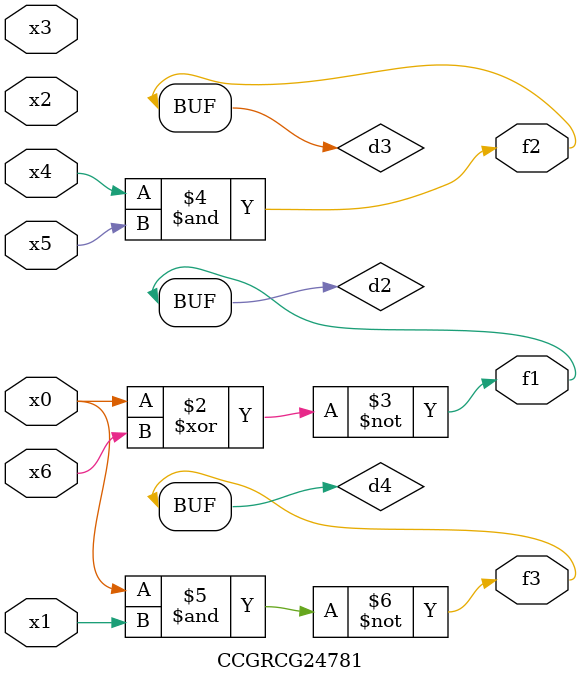
<source format=v>
module CCGRCG24781(
	input x0, x1, x2, x3, x4, x5, x6,
	output f1, f2, f3
);

	wire d1, d2, d3, d4;

	nor (d1, x0);
	xnor (d2, x0, x6);
	and (d3, x4, x5);
	nand (d4, x0, x1);
	assign f1 = d2;
	assign f2 = d3;
	assign f3 = d4;
endmodule

</source>
